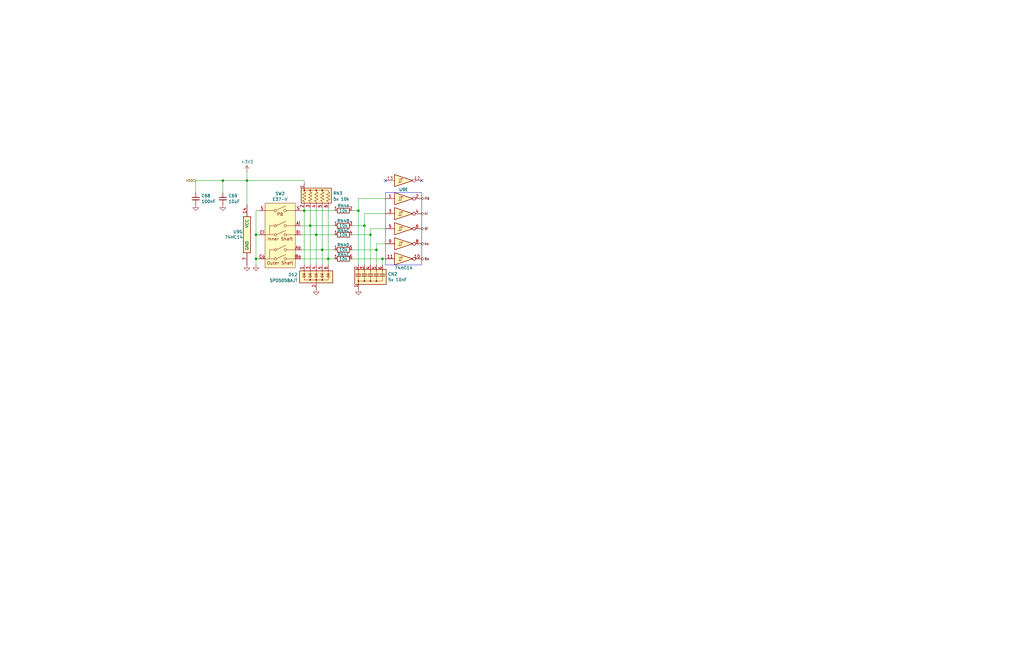
<source format=kicad_sch>
(kicad_sch (version 20250114) (generator "eeschema") (generator_version "9.0")
  (paper "B")
  (lib_symbols
    (symbol "AudioPanelLibrary:74HC14" (pin_names (offset 1.016))
      (property "Reference" "U" (at 0 3.302 0))
      (property "Value" "74HC14" (at 0 -1.27 0))
      (symbol "74HC14_1_0"
        (polyline (pts (xy -3.81 2.54) (xy -3.81 -2.54) (xy 3.81 0) (xy -3.81 2.54)) (stroke (width 0.254)) (fill (type background)))
        (pin input line (at -7.62 0 0) (length 3.81) (name "~") (number "1"))
        (pin output inverted (at 7.62 0 180) (length 3.81) (name "~") (number "2"))
      )
      (symbol "74HC14_1_1"
        (polyline (pts (xy -2.3194 -0.7675) (xy -1.016 -0.7686) (xy -1.0159 0.7686) (xy -0.106 0.7675)))
        (polyline (pts (xy -1.6512 -0.7626) (xy -1.6536 0.7675) (xy -0.3836 0.7675)))
      )
      (symbol "74HC14_2_0"
        (polyline (pts (xy -3.81 2.54) (xy -3.81 -2.54) (xy 3.81 0) (xy -3.81 2.54)) (stroke (width 0.254)) (fill (type background)))
        (pin input line (at -7.62 0 0) (length 3.81) (name "~") (number "3"))
        (pin output inverted (at 7.62 0 180) (length 3.81) (name "~") (number "4"))
      )
      (symbol "74HC14_2_1"
        (polyline (pts (xy -2.3194 -0.7675) (xy -1.016 -0.7686) (xy -1.0159 0.7686) (xy -0.106 0.7675)))
        (polyline (pts (xy -1.6512 -0.7626) (xy -1.6536 0.7675) (xy -0.3836 0.7675)))
      )
      (symbol "74HC14_3_0"
        (polyline (pts (xy -3.81 2.54) (xy -3.81 -2.54) (xy 3.81 0) (xy -3.81 2.54)) (stroke (width 0.254)) (fill (type background)))
        (pin input line (at -7.62 0 0) (length 3.81) (name "~") (number "5"))
        (pin output inverted (at 7.62 0 180) (length 3.81) (name "~") (number "6"))
      )
      (symbol "74HC14_3_1"
        (polyline (pts (xy -2.3194 -0.7675) (xy -1.016 -0.7686) (xy -1.0159 0.7686) (xy -0.106 0.7675)))
        (polyline (pts (xy -1.6512 -0.7626) (xy -1.6536 0.7675) (xy -0.3836 0.7675)))
      )
      (symbol "74HC14_4_0"
        (polyline (pts (xy -3.81 2.54) (xy -3.81 -2.54) (xy 3.81 0) (xy -3.81 2.54)) (stroke (width 0.254)) (fill (type background)))
        (pin input line (at -7.62 0 0) (length 3.81) (name "~") (number "9"))
        (pin output inverted (at 7.62 0 180) (length 3.81) (name "~") (number "8"))
      )
      (symbol "74HC14_4_1"
        (polyline (pts (xy -2.3194 -0.7675) (xy -1.016 -0.7686) (xy -1.0159 0.7686) (xy -0.106 0.7675)))
        (polyline (pts (xy -1.6512 -0.7626) (xy -1.6536 0.7675) (xy -0.3836 0.7675)))
      )
      (symbol "74HC14_5_0"
        (polyline (pts (xy -3.81 2.54) (xy -3.81 -2.54) (xy 3.81 0) (xy -3.81 2.54)) (stroke (width 0.254)) (fill (type background)))
        (pin input line (at -7.62 0 0) (length 3.81) (name "~") (number "11"))
        (pin output inverted (at 7.62 0 180) (length 3.81) (name "~") (number "10"))
      )
      (symbol "74HC14_5_1"
        (polyline (pts (xy -2.3194 -0.7675) (xy -1.016 -0.7686) (xy -1.0159 0.7686) (xy -0.106 0.7675)))
        (polyline (pts (xy -1.6512 -0.7626) (xy -1.6536 0.7675) (xy -0.3836 0.7675)))
      )
      (symbol "74HC14_6_0"
        (polyline (pts (xy -3.81 2.54) (xy -3.81 -2.54) (xy 3.81 0) (xy -3.81 2.54)) (stroke (width 0.254)) (fill (type background)))
        (pin input line (at -7.62 0 0) (length 3.81) (name "~") (number "13"))
        (pin output inverted (at 7.62 0 180) (length 3.81) (name "~") (number "12"))
      )
      (symbol "74HC14_6_1"
        (polyline (pts (xy -2.3194 -0.7675) (xy -1.016 -0.7686) (xy -1.0159 0.7686) (xy -0.106 0.7675)))
        (polyline (pts (xy -1.6512 -0.7626) (xy -1.6536 0.7675) (xy -0.3836 0.7675)))
      )
      (symbol "74HC14_7_0"
        (pin power_in line (at 0 12.7 270) (length 5.08) (name "VCC") (number "14"))
        (pin power_in line (at 0 -12.7 90) (length 5.08) (name "GND") (number "7"))
      )
      (symbol "74HC14_7_1"
        (rectangle (start -1.524 7.62) (end 1.524 -7.62) (stroke (width 0.254)) (fill (type background)))
      )
    )
    (symbol "AudioPanelLibrary:E37-V" (pin_names (hide yes))
      (property "Reference" "SW" (at 0 6.35 0))
      (property "Value" "E37-V" (at 0 4.318 0))
      (symbol "E37-V_0_0"
        (circle (center -2.032 0) (radius 0.508))
        (circle (center -1.905 -6.35) (radius 0.508))
        (circle (center -1.905 -10.16) (radius 0.508))
        (circle (center -1.905 -16.51) (radius 0.508))
        (circle (center -1.905 -20.32) (radius 0.508))
      )
      (symbol "E37-V_0_1"
        (polyline (pts (xy -1.524 0.254) (xy 2.3368 1.9812)))
        (polyline (pts (xy -1.397 -6.223) (xy 2.4638 -4.4958)))
        (polyline (pts (xy -1.397 -10.033) (xy 2.4638 -8.3058)))
        (polyline (pts (xy -1.397 -16.383) (xy 2.4638 -14.6558)))
        (polyline (pts (xy -1.397 -20.193) (xy 2.4638 -18.4658)))
        (circle (center 2.032 0) (radius 0.508))
        (circle (center 2.159 -6.35) (radius 0.508))
        (circle (center 2.159 -10.16) (radius 0.508))
        (circle (center 2.159 -16.51) (radius 0.508))
        (circle (center 2.159 -20.32) (radius 0.508))
      )
      (symbol "E37-V_1_1"
        (rectangle (start -6.35 3.175) (end 6.35 -24.13) (fill (type background)))
        (polyline (pts (xy -6.35 -10.16) (xy -2.4304 -10.16)))
        (polyline (pts (xy -6.35 -20.32) (xy -2.4304 -20.32)))
        (polyline (pts (xy -4.445 -6.35) (xy -4.445 -10.16)))
        (polyline (pts (xy -4.445 -6.35) (xy -2.4304 -6.35)))
        (polyline (pts (xy -4.445 -16.51) (xy -4.445 -20.32)))
        (polyline (pts (xy -4.445 -16.51) (xy -2.4304 -16.51)))
        (polyline (pts (xy -2.54 0) (xy -6.4596 0)))
        (polyline (pts (xy 2.54 0) (xy 6.4596 0)))
        (polyline (pts (xy 6.35 -6.35) (xy 2.6829 -6.3499)))
        (polyline (pts (xy 6.35 -10.16) (xy 2.6829 -10.1599)))
        (polyline (pts (xy 6.35 -16.51) (xy 2.6829 -16.5099)))
        (polyline (pts (xy 6.35 -20.32) (xy 2.6829 -20.3199)))
        (text "PB" (at 0 -1.524 0) (effects (font (size 1.27 1.27))))
        (text "Inner Shaft" (at 0 -11.938 0) (effects (font (size 1.27 1.27))))
        (text "Outer Shaft" (at 0 -22.098 0) (effects (font (size 1.27 1.27))))
        (pin passive line (at -8.89 0 0) (length 2.54) (name "S") (number "S"))
        (pin passive line (at -8.89 -10.16 0) (length 2.54) (name "Ci") (number "Ci"))
        (pin passive line (at -8.89 -20.32 0) (length 2.54) (name "Co") (number "Co"))
        (pin passive line (at 8.89 0 180) (length 2.54) (name "S") (number "S"))
        (pin passive line (at 8.89 -6.35 180) (length 2.54) (name "Ai") (number "Ai"))
        (pin passive line (at 8.89 -10.16 180) (length 2.54) (name "Bi") (number "Bi"))
        (pin passive line (at 8.89 -16.51 180) (length 2.54) (name "Ao") (number "Ao"))
        (pin passive line (at 8.89 -20.32 180) (length 2.54) (name "Bo") (number "Bo"))
      )
    )
    (symbol "Device:C_Network05" (pin_names (offset 0) (hide yes))
      (property "Reference" "CN" (at 6.7056 1.27 0))
      (property "Value" "C_Network05" (at 6.7056 -1.27 0))
      (symbol "C_Network05_0_1"
        (rectangle (start -6.604 3.175) (end 6.604 -3.175) (stroke (width 0.254)) (fill (type background)))
        (polyline (pts (xy -5.08 2.54) (xy -5.08 1.1684)))
        (circle (center -5.08 -1.778) (radius 0.254) (fill (type outline)))
        (polyline (pts (xy -5.08 -1.778) (xy -5.08 0.3556)))
        (polyline (pts (xy -5.08 -1.778) (xy 5.08 -1.778)))
        (polyline (pts (xy -5.08 -2.54) (xy -5.08 -1.778)))
        (polyline (pts (xy -2.54 2.54) (xy -2.54 1.1684)))
        (circle (center -2.54 -1.778) (radius 0.254) (fill (type outline)))
        (polyline (pts (xy -2.54 -1.778) (xy -2.54 0.3556)))
        (polyline (pts (xy 0 2.54) (xy 0 1.1684)))
        (polyline (pts (xy 0 -1.778) (xy 0 0.3556)))
        (circle (center 0 -1.778) (radius 0.254) (fill (type outline)))
        (polyline (pts (xy 2.54 2.54) (xy 2.54 1.1684)))
        (polyline (pts (xy 2.54 -1.778) (xy 2.54 0.3556)))
        (circle (center 2.54 -1.778) (radius 0.254) (fill (type outline)))
        (polyline (pts (xy 5.08 2.54) (xy 5.08 1.1684)))
        (polyline (pts (xy 5.08 -1.778) (xy 5.08 0.3556)))
      )
      (symbol "C_Network05_1_0"
        (pin passive line (at 5.08 5.08 270) (length 2.54) (name "C5") (number "6"))
      )
      (symbol "C_Network05_1_1"
        (polyline (pts (xy -6.096 1.1684) (xy -4.064 1.1684)) (stroke (width 0.3048)))
        (polyline (pts (xy -6.096 0.3556) (xy -4.064 0.3556)) (stroke (width 0.3048)))
        (polyline (pts (xy -3.556 1.1684) (xy -1.524 1.1684)) (stroke (width 0.3048)))
        (polyline (pts (xy -3.556 0.3556) (xy -1.524 0.3556)) (stroke (width 0.3048)))
        (polyline (pts (xy -1.016 1.1684) (xy 1.016 1.1684)) (stroke (width 0.3048)))
        (polyline (pts (xy -1.016 0.3556) (xy 1.016 0.3556)) (stroke (width 0.3048)))
        (polyline (pts (xy 1.524 1.1684) (xy 3.556 1.1684)) (stroke (width 0.3048)))
        (polyline (pts (xy 1.524 0.3556) (xy 3.556 0.3556)) (stroke (width 0.3048)))
        (polyline (pts (xy 4.064 1.1684) (xy 6.096 1.1684)) (stroke (width 0.3048)))
        (polyline (pts (xy 4.064 0.3556) (xy 6.096 0.3556)) (stroke (width 0.3048)))
        (pin passive line (at -5.08 5.08 270) (length 2.54) (name "C1") (number "2"))
        (pin passive line (at -5.08 -5.08 90) (length 2.54) (name "common") (number "1"))
        (pin passive line (at -2.54 5.08 270) (length 2.54) (name "C2") (number "3"))
        (pin passive line (at 0 5.08 270) (length 2.54) (name "C3") (number "4"))
        (pin passive line (at 2.54 5.08 270) (length 2.54) (name "C4") (number "5"))
      )
    )
    (symbol "Device:C_Small" (pin_numbers (hide yes)) (pin_names (offset 0.254) (hide yes))
      (property "Reference" "C" (at 0.254 1.778 0))
      (property "Value" "C_Small" (at 0.254 -2.032 0))
      (symbol "C_Small_0_1"
        (polyline (pts (xy -1.524 0.508) (xy 1.524 0.508)) (stroke (width 0.3048)))
        (polyline (pts (xy -1.524 -0.508) (xy 1.524 -0.508)) (stroke (width 0.3302)))
      )
      (symbol "C_Small_1_1"
        (pin passive line (at 0 2.54 270) (length 2.032) (name "~") (number "1"))
        (pin passive line (at 0 -2.54 90) (length 2.032) (name "~") (number "2"))
      )
    )
    (symbol "Device:R_Network05_Split" (pin_names (offset 0) (hide yes))
      (property "Reference" "RN" (at 2.032 0 90))
      (property "Value" "R_Network05_Split" (at 0 0 90))
      (symbol "R_Network05_Split_0_1"
        (rectangle (start 1.016 2.54) (end -1.016 -2.54) (stroke (width 0.254)))
        (pin passive line (at 0 3.81 270) (length 1.27) (name "R1") (number "1"))
      )
      (symbol "R_Network05_Split_1_1"
        (pin passive line (at 0 -3.81 90) (length 1.27) (name "R1.2") (number "2"))
      )
      (symbol "R_Network05_Split_2_1"
        (pin passive line (at 0 -3.81 90) (length 1.27) (name "R2.2") (number "3"))
      )
      (symbol "R_Network05_Split_3_1"
        (pin passive line (at 0 -3.81 90) (length 1.27) (name "R3.2") (number "4"))
      )
      (symbol "R_Network05_Split_4_1"
        (pin passive line (at 0 -3.81 90) (length 1.27) (name "R4.2") (number "5"))
      )
      (symbol "R_Network05_Split_5_1"
        (pin passive line (at 0 -3.81 90) (length 1.27) (name "R5.2") (number "6"))
      )
    )
    (symbol "Device:R_Network05_US" (pin_names (offset 0) (hide yes))
      (property "Reference" "RN" (at -7.62 0 90))
      (property "Value" "R_Network05_US" (at 7.62 0 90))
      (symbol "R_Network05_US_0_1"
        (rectangle (start -6.35 -3.175) (end 6.35 3.175) (stroke (width 0.254)) (fill (type background)))
        (circle (center -5.08 2.286) (radius 0.254) (fill (type outline)))
        (polyline (pts (xy -5.08 2.286) (xy 5.08 2.286)))
        (polyline (pts (xy -5.08 2.286) (xy -5.08 1.524) (xy -4.318 1.1684) (xy -5.842 0.508) (xy -4.318 -0.1524) (xy -5.842 -0.8382) (xy -4.318 -1.524) (xy -5.842 -2.1844) (xy -5.08 -2.54) (xy -5.08 -3.81)))
        (circle (center -2.54 2.286) (radius 0.254) (fill (type outline)))
        (polyline (pts (xy -2.54 2.286) (xy -2.54 1.524) (xy -1.778 1.1684) (xy -3.302 0.508) (xy -1.778 -0.1524) (xy -3.302 -0.8382) (xy -1.778 -1.524) (xy -3.302 -2.1844) (xy -2.54 -2.54) (xy -2.54 -3.81)))
        (circle (center 0 2.286) (radius 0.254) (fill (type outline)))
        (polyline (pts (xy 0 2.286) (xy 0 1.524) (xy 0.762 1.1684) (xy -0.762 0.508) (xy 0.762 -0.1524) (xy -0.762 -0.8382) (xy 0.762 -1.524) (xy -0.762 -2.1844) (xy 0 -2.54) (xy 0 -3.81)))
        (polyline (pts (xy 2.54 2.286) (xy 2.54 1.524) (xy 3.302 1.1684) (xy 1.778 0.508) (xy 3.302 -0.1524) (xy 1.778 -0.8382) (xy 3.302 -1.524) (xy 1.778 -2.1844) (xy 2.54 -2.54) (xy 2.54 -3.81)))
        (circle (center 2.54 2.286) (radius 0.254) (fill (type outline)))
        (polyline (pts (xy 5.08 2.286) (xy 5.08 1.524) (xy 5.842 1.1684) (xy 4.318 0.508) (xy 5.842 -0.1524) (xy 4.318 -0.8382) (xy 5.842 -1.524) (xy 4.318 -2.1844) (xy 5.08 -2.54) (xy 5.08 -3.81)))
      )
      (symbol "R_Network05_US_1_1"
        (pin passive line (at -5.08 5.08 270) (length 2.54) (name "common") (number "1"))
        (pin passive line (at -5.08 -5.08 90) (length 1.27) (name "R1") (number "2"))
        (pin passive line (at -2.54 -5.08 90) (length 1.27) (name "R2") (number "3"))
        (pin passive line (at 0 -5.08 90) (length 1.27) (name "R3") (number "4"))
        (pin passive line (at 2.54 -5.08 90) (length 1.27) (name "R4") (number "5"))
        (pin passive line (at 5.08 -5.08 90) (length 1.27) (name "R5") (number "6"))
      )
    )
    (symbol "Power_Protection:SP0505BAJT" (pin_names (hide yes))
      (property "Reference" "D" (at 7.62 2.54 0))
      (property "Value" "SP0505BAJT" (at 7.62 0.635 0))
      (symbol "SP0505BAJT_0_0"
        (pin passive line (at 0 -5.08 90) (length 2.54) (name "A") (number "2"))
      )
      (symbol "SP0505BAJT_0_1"
        (rectangle (start -6.985 2.54) (end 6.985 -2.54) (stroke (width 0.254)) (fill (type background)))
        (polyline (pts (xy -5.842 1.016) (xy -5.842 1.27) (xy -4.445 1.27) (xy -4.318 1.27)))
        (polyline (pts (xy -5.08 2.54) (xy -5.08 1.27)))
        (polyline (pts (xy -5.08 1.27) (xy -5.08 -1.27) (xy -2.54 -1.27)))
        (polyline (pts (xy -5.08 1.27) (xy -4.445 0) (xy -5.715 0) (xy -5.08 1.27)))
        (polyline (pts (xy -3.302 1.016) (xy -3.302 1.27) (xy -1.905 1.27) (xy -1.778 1.27)))
        (polyline (pts (xy -2.54 2.54) (xy -2.54 1.27)))
        (polyline (pts (xy -2.54 1.27) (xy -2.54 -1.27) (xy 2.54 -1.27) (xy 2.54 1.27)))
        (polyline (pts (xy -2.54 1.27) (xy -1.905 0) (xy -3.175 0) (xy -2.54 1.27)))
        (circle (center -2.54 -1.27) (radius 0.254) (fill (type outline)))
        (polyline (pts (xy 0 2.54) (xy 0 1.27)))
        (polyline (pts (xy 0 -1.27) (xy 0 1.27)))
        (polyline (pts (xy 0 -1.27) (xy 0 -2.54)))
        (circle (center 0 -1.27) (radius 0.254) (fill (type outline)))
        (polyline (pts (xy 0.635 1.27) (xy 0.762 1.27)))
        (polyline (pts (xy 0.635 1.27) (xy -0.762 1.27) (xy -0.762 1.016)))
        (polyline (pts (xy 0.635 0) (xy -0.635 0) (xy 0 1.27) (xy 0.635 0)))
        (polyline (pts (xy 1.778 1.016) (xy 1.778 1.27) (xy 3.175 1.27) (xy 3.302 1.27)))
        (polyline (pts (xy 2.54 2.54) (xy 2.54 1.27)))
        (polyline (pts (xy 2.54 1.27) (xy 1.905 0) (xy 3.175 0) (xy 2.54 1.27)))
        (circle (center 2.54 -1.27) (radius 0.254) (fill (type outline)))
        (polyline (pts (xy 4.318 1.016) (xy 4.318 1.27) (xy 5.715 1.27) (xy 5.842 1.27)))
        (polyline (pts (xy 5.08 2.54) (xy 5.08 1.27)))
        (polyline (pts (xy 5.08 1.27) (xy 5.08 -1.27) (xy 2.54 -1.27)))
        (polyline (pts (xy 5.08 1.27) (xy 4.445 0) (xy 5.715 0) (xy 5.08 1.27)))
      )
      (symbol "SP0505BAJT_1_1"
        (pin passive line (at -5.08 5.08 270) (length 2.54) (name "K") (number "1"))
        (pin passive line (at -2.54 5.08 270) (length 2.54) (name "K") (number "3"))
        (pin passive line (at 0 5.08 270) (length 2.54) (name "K") (number "4"))
        (pin passive line (at 2.54 5.08 270) (length 2.54) (name "K") (number "5"))
        (pin passive line (at 5.08 5.08 270) (length 2.54) (name "K") (number "6"))
      )
    )
    (symbol "power:+3V3" (power) (pin_numbers (hide yes)) (pin_names (offset 0) (hide yes))
      (property "Value" "+3V3" (at 0 3.556 0))
      (symbol "+3V3_0_1"
        (polyline (pts (xy -0.762 1.27) (xy 0 2.54)))
        (polyline (pts (xy 0 2.54) (xy 0.762 1.27)))
        (polyline (pts (xy 0 0) (xy 0 2.54)))
      )
      (symbol "+3V3_1_1"
        (pin power_in line (at 0 0 90) (length 0) (name "~") (number "1"))
      )
    )
    (symbol "power:GND" (power) (pin_numbers (hide yes)) (pin_names (offset 0) (hide yes))
      (property "Value" "GND" (at 0 -3.81 0))
      (symbol "GND_0_1"
        (polyline (pts (xy 0 0) (xy 0 -1.27) (xy 1.27 -1.27) (xy 0 -2.54) (xy -1.27 -1.27) (xy 0 -1.27)))
      )
      (symbol "GND_1_1"
        (pin power_in line (at 0 0 270) (length 0) (name "~") (number "1"))
      )
    )
  )
  (rectangle (start 162.56 81.28) (end 177.8 111.76))
  (junction (at 107.95 109.22))
  (junction (at 161.29 109.22))
  (junction (at 133.35 99.06))
  (junction (at 93.98 76.2))
  (junction (at 130.81 95.25))
  (junction (at 158.75 105.41))
  (junction (at 135.89 105.41))
  (junction (at 128.27 88.9))
  (junction (at 156.21 99.06))
  (junction (at 138.43 109.22))
  (junction (at 153.67 95.25))
  (junction (at 107.95 99.06))
  (junction (at 151.13 88.9))
  (junction (at 104.14 76.2))
  (no_connect (at 162.56 76.2))
  (no_connect (at 177.8 76.2))
  (wire (pts (xy 107.95 109.22) (xy 107.95 99.06)))
  (wire (pts (xy 162.56 90.17) (xy 153.67 90.17)))
  (wire (pts (xy 107.95 99.06) (xy 109.22 99.06)))
  (wire (pts (xy 138.43 109.22) (xy 138.43 111.76)))
  (wire (pts (xy 107.95 109.22) (xy 109.22 109.22)))
  (wire (pts (xy 128.27 88.9) (xy 140.97 88.9)))
  (wire (pts (xy 138.43 109.22) (xy 140.97 109.22)))
  (wire (pts (xy 82.55 76.2) (xy 82.55 81.28)))
  (wire (pts (xy 133.35 99.06) (xy 133.35 87.63)))
  (wire (pts (xy 104.14 76.2) (xy 104.14 86.36)))
  (wire (pts (xy 127 95.25) (xy 130.81 95.25)))
  (wire (pts (xy 127 99.06) (xy 133.35 99.06)))
  (wire (pts (xy 128.27 88.9) (xy 128.27 111.76)))
  (wire (pts (xy 107.95 88.9) (xy 109.22 88.9)))
  (wire (pts (xy 133.35 99.06) (xy 133.35 111.76)))
  (wire (pts (xy 162.56 102.87) (xy 158.75 102.87)))
  (wire (pts (xy 104.14 76.2) (xy 128.27 76.2)))
  (wire (pts (xy 133.35 99.06) (xy 140.97 99.06)))
  (wire (pts (xy 135.89 105.41) (xy 135.89 87.63)))
  (wire (pts (xy 135.89 105.41) (xy 135.89 111.76)))
  (wire (pts (xy 107.95 111.76) (xy 107.95 109.22)))
  (wire (pts (xy 93.98 76.2) (xy 93.98 81.28)))
  (wire (pts (xy 130.81 95.25) (xy 130.81 111.76)))
  (wire (pts (xy 135.89 105.41) (xy 140.97 105.41)))
  (wire (pts (xy 162.56 96.52) (xy 156.21 96.52)))
  (wire (pts (xy 127 105.41) (xy 135.89 105.41)))
  (wire (pts (xy 138.43 109.22) (xy 138.43 87.63)))
  (wire (pts (xy 127 88.9) (xy 128.27 88.9)))
  (wire (pts (xy 158.75 102.87) (xy 158.75 105.41)))
  (wire (pts (xy 127 109.22) (xy 138.43 109.22)))
  (wire (pts (xy 151.13 111.76) (xy 151.13 88.9)))
  (wire (pts (xy 153.67 111.76) (xy 153.67 95.25)))
  (wire (pts (xy 162.56 83.82) (xy 151.13 83.82)))
  (wire (pts (xy 158.75 105.41) (xy 148.59 105.41)))
  (wire (pts (xy 128.27 76.2) (xy 128.27 77.47)))
  (wire (pts (xy 130.81 95.25) (xy 140.97 95.25)))
  (wire (pts (xy 104.14 72.39) (xy 104.14 76.2)))
  (wire (pts (xy 161.29 109.22) (xy 162.56 109.22)))
  (wire (pts (xy 158.75 111.76) (xy 158.75 105.41)))
  (wire (pts (xy 156.21 111.76) (xy 156.21 99.06)))
  (wire (pts (xy 161.29 111.76) (xy 161.29 109.22)))
  (wire (pts (xy 153.67 90.17) (xy 153.67 95.25)))
  (wire (pts (xy 107.95 99.06) (xy 107.95 88.9)))
  (wire (pts (xy 128.27 88.9) (xy 128.27 87.63)))
  (wire (pts (xy 156.21 99.06) (xy 148.59 99.06)))
  (wire (pts (xy 156.21 96.52) (xy 156.21 99.06)))
  (wire (pts (xy 151.13 88.9) (xy 148.59 88.9)))
  (wire (pts (xy 93.98 76.2) (xy 104.14 76.2)))
  (wire (pts (xy 151.13 83.82) (xy 151.13 88.9)))
  (wire (pts (xy 153.67 95.25) (xy 148.59 95.25)))
  (wire (pts (xy 93.98 76.2) (xy 82.55 76.2)))
  (wire (pts (xy 161.29 109.22) (xy 148.59 109.22)))
  (wire (pts (xy 130.81 95.25) (xy 130.81 87.63)))
  (hierarchical_label "PB" (shape output) (at 177.8 83.82 0) (effects (font (size 1 1))))
  (hierarchical_label "Ao" (shape output) (at 177.8 102.87 0) (effects (font (size 1 1))))
  (hierarchical_label "Bi" (shape output) (at 177.8 96.52 0) (effects (font (size 1 1))))
  (hierarchical_label "Bo" (shape output) (at 177.8 109.22 0) (effects (font (size 1 1))))
  (hierarchical_label "Ai" (shape output) (at 177.8 90.17 0) (effects (font (size 1 1))))
  (hierarchical_label "VDD" (shape input) (at 82.55 76.2 180) (effects (font (size 1 1))))
  (symbol (lib_id "AudioPanelLibrary:74HC14") (at 170.18 76.2 0) (unit 6)
    (property "Reference" "U8" (effects (hide yes)))
    (property "Value" "74HC14" (effects (hide yes)))
    (property "Datasheet" "http://www.ti.com/lit/gpn/sn74HC14" (effects (hide yes)))
    (property "Description" "Hex inverter schmitt trigger" (effects (hide yes)))
    (instances (project "PilotAudioPanel" (path "" (reference "U9") (unit 6)) (path "" (reference "U8") (unit 6))))
  )
  (symbol (lib_id "power:GND") (at 93.98 86.36 0) (unit 1)
    (property "Reference" "#PWR0178" (effects (hide yes)))
    (property "Value" "GND" (effects (hide yes)))
    (property "Description" "Power symbol creates a global label with name \"GND\" , ground" (effects (hide yes)))
    (instances (project "PilotAudioPanel" (path "" (reference "#PWR0180") (unit 1)) (path "" (reference "#PWR0178") (unit 1))))
  )
  (symbol (lib_id "AudioPanelLibrary:74HC14") (at 170.18 109.22 0) (unit 5)
    (property "Reference" "U8" (at 170.18 80.01 0))
    (property "Value" "74HC14" (at 170.18 113.03 0))
    (property "Datasheet" "http://www.ti.com/lit/gpn/sn74HC14" (effects (hide yes)))
    (property "Description" "Hex inverter schmitt trigger" (effects (hide yes)))
    (instances (project "PilotAudioPanel" (path "" (reference "U9") (unit 5)) (path "" (reference "U8") (unit 5))))
  )
  (symbol (lib_id "Device:R_Network05_US") (at 133.35 82.55 0) (unit 1)
    (property "Reference" "RN1" (at 140.462 81.5918 0) (effects (justify left)))
    (property "Value" "5x 10k" (at 140.462 84.0161 0) (effects (justify left)))
    (property "Footprint" "Resistor_THT:R_Array_SIP6" (effects (hide yes)))
    (property "Datasheet" "http://www.vishay.com/docs/31509/csc.pdf" (effects (hide yes)))
    (property "Description" "5 resistor network, star topology, bussed resistors, small US symbol" (effects (hide yes)))
    (instances (project "PilotAudioPanel" (path "" (reference "RN3") (unit 1)) (path "" (reference "RN1") (unit 1))))
  )
  (symbol (lib_id "power:GND") (at 133.35 121.92 0) (mirror y) (unit 1)
    (property "Reference" "#PWR048" (effects (hide yes)))
    (property "Value" "GND" (effects (hide yes)))
    (property "Description" "Power symbol creates a global label with name \"GND\" , ground" (effects (hide yes)))
    (instances (project "PilotAudioPanel" (path "" (reference "#PWR050") (unit 1)) (path "" (reference "#PWR048") (unit 1))))
  )
  (symbol (lib_id "AudioPanelLibrary:74HC14") (at 170.18 102.87 0) (unit 4)
    (property "Reference" "U8" (effects (hide yes)))
    (property "Value" "74HC14" (effects (hide yes)))
    (property "Datasheet" "http://www.ti.com/lit/gpn/sn74HC14" (effects (hide yes)))
    (property "Description" "Hex inverter schmitt trigger" (effects (hide yes)))
    (instances (project "PilotAudioPanel" (path "" (reference "U9") (unit 4)) (path "" (reference "U8") (unit 4))))
  )
  (symbol (lib_id "Device:R_Network05_Split") (at 144.78 109.22 90) (unit 5)
    (property "Reference" "RN2" (at 144.78 107.442 90))
    (property "Value" "10k" (at 144.78 109.22 90))
    (property "Footprint" "Resistor_THT:R_Array_SIP6" (effects (hide yes)))
    (property "Datasheet" "http://www.vishay.com/docs/31509/csc.pdf" (effects (hide yes)))
    (property "Description" "5 resistor network, star topology, bussed resistors, split" (effects (hide yes)))
    (instances (project "PilotAudioPanel" (path "" (reference "RN4") (unit 5)) (path "" (reference "RN2") (unit 5))))
  )
  (symbol (lib_id "AudioPanelLibrary:74HC14") (at 170.18 96.52 0) (unit 3)
    (property "Reference" "U8" (effects (hide yes)))
    (property "Value" "74HC14" (effects (hide yes)))
    (property "Datasheet" "http://www.ti.com/lit/gpn/sn74HC14" (effects (hide yes)))
    (property "Description" "Hex inverter schmitt trigger" (effects (hide yes)))
    (instances (project "PilotAudioPanel" (path "" (reference "U9") (unit 3)) (path "" (reference "U8") (unit 3))))
  )
  (symbol (lib_id "AudioPanelLibrary:74HC14") (at 170.18 83.82 0) (unit 1)
    (property "Reference" "U8" (effects (hide yes)))
    (property "Value" "74HC14" (effects (hide yes)))
    (property "Datasheet" "http://www.ti.com/lit/gpn/sn74HC14" (effects (hide yes)))
    (property "Description" "Hex inverter schmitt trigger" (effects (hide yes)))
    (instances (project "PilotAudioPanel" (path "" (reference "U9") (unit 1)) (path "" (reference "U8") (unit 1))))
  )
  (symbol (lib_id "Device:R_Network05_Split") (at 144.78 88.9 90) (unit 1)
    (property "Reference" "RN2" (at 144.78 86.868 90))
    (property "Value" "10k" (at 144.78 88.9 90))
    (property "Footprint" "Resistor_THT:R_Array_SIP6" (effects (hide yes)))
    (property "Datasheet" "http://www.vishay.com/docs/31509/csc.pdf" (effects (hide yes)))
    (property "Description" "5 resistor network, star topology, bussed resistors, split" (effects (hide yes)))
    (instances (project "PilotAudioPanel" (path "" (reference "RN4") (unit 1)) (path "" (reference "RN2") (unit 1))))
  )
  (symbol (lib_id "power:+3V3") (at 104.14 72.39 0) (unit 1)
    (property "Reference" "#PWR038" (effects (hide yes)))
    (property "Value" "+3V3" (at 104.14 68.2569 0))
    (property "Description" "Power symbol creates a global label with name \"+3V3\"" (effects (hide yes)))
    (instances (project "PilotAudioPanel" (path "" (reference "#PWR044") (unit 1)) (path "" (reference "#PWR038") (unit 1))))
  )
  (symbol (lib_id "Device:C_Small") (at 82.55 83.82 0) (unit 1)
    (property "Reference" "C66" (at 84.8741 82.6141 0) (effects (justify left)))
    (property "Value" "100nF" (at 84.8741 85.0384 0) (effects (justify left)))
    (property "Description" "Unpolarized capacitor, small symbol" (effects (hide yes)))
    (instances (project "PilotAudioPanel" (path "" (reference "C68") (unit 1)) (path "" (reference "C66") (unit 1))))
  )
  (symbol (lib_id "AudioPanelLibrary:74HC14") (at 104.14 99.06 0) (mirror y) (unit 7)
    (property "Reference" "U8" (at 100.33 97.79 0))
    (property "Value" "74HC14" (at 98.552 100.076 0))
    (property "Datasheet" "http://www.ti.com/lit/gpn/sn74HC14" (effects (hide yes)))
    (property "Description" "Hex inverter schmitt trigger" (effects (hide yes)))
    (instances (project "PilotAudioPanel" (path "" (reference "U9") (unit 7)) (path "" (reference "U8") (unit 7))))
  )
  (symbol (lib_id "Device:R_Network05_Split") (at 144.78 95.25 90) (unit 2)
    (property "Reference" "RN2" (at 144.78 93.218 90))
    (property "Value" "10k" (at 144.78 95.25 90))
    (property "Footprint" "Resistor_THT:R_Array_SIP6" (effects (hide yes)))
    (property "Datasheet" "http://www.vishay.com/docs/31509/csc.pdf" (effects (hide yes)))
    (property "Description" "5 resistor network, star topology, bussed resistors, split" (effects (hide yes)))
    (instances (project "PilotAudioPanel" (path "" (reference "RN4") (unit 2)) (path "" (reference "RN2") (unit 2))))
  )
  (symbol (lib_id "AudioPanelLibrary:E37-V") (at 118.11 88.9 0) (unit 1)
    (property "Reference" "SW1" (at 118.11 81.7075 0))
    (property "Value" "E37-V" (at 118.11 84.1318 0))
    (property "Datasheet" "https://s3-us-west-2.amazonaws.com/catsy.655/e37_datasheet_e.pdf" (effects (hide yes)))
    (instances (project "PilotAudioPanel" (path "" (reference "SW2") (unit 1)) (path "" (reference "SW1") (unit 1))))
  )
  (symbol (lib_id "Device:R_Network05_Split") (at 144.78 99.06 90) (unit 3)
    (property "Reference" "RN2" (at 144.78 97.282 90))
    (property "Value" "10k" (at 144.78 99.06 90))
    (property "Footprint" "Resistor_THT:R_Array_SIP6" (effects (hide yes)))
    (property "Datasheet" "http://www.vishay.com/docs/31509/csc.pdf" (effects (hide yes)))
    (property "Description" "5 resistor network, star topology, bussed resistors, split" (effects (hide yes)))
    (instances (project "PilotAudioPanel" (path "" (reference "RN4") (unit 3)) (path "" (reference "RN2") (unit 3))))
  )
  (symbol (lib_id "Device:R_Network05_Split") (at 144.78 105.41 90) (unit 4)
    (property "Reference" "RN2" (at 144.78 103.378 90))
    (property "Value" "10k" (at 144.78 105.41 90))
    (property "Footprint" "Resistor_THT:R_Array_SIP6" (effects (hide yes)))
    (property "Datasheet" "http://www.vishay.com/docs/31509/csc.pdf" (effects (hide yes)))
    (property "Description" "5 resistor network, star topology, bussed resistors, split" (effects (hide yes)))
    (instances (project "PilotAudioPanel" (path "" (reference "RN4") (unit 4)) (path "" (reference "RN2") (unit 4))))
  )
  (symbol (lib_id "power:GND") (at 104.14 111.76 0) (mirror y) (unit 1)
    (property "Reference" "#PWR040" (effects (hide yes)))
    (property "Value" "GND" (effects (hide yes)))
    (property "Description" "Power symbol creates a global label with name \"GND\" , ground" (effects (hide yes)))
    (instances (project "PilotAudioPanel" (path "" (reference "#PWR043") (unit 1)) (path "" (reference "#PWR040") (unit 1))))
  )
  (symbol (lib_id "power:GND") (at 151.13 121.92 0) (unit 1)
    (property "Reference" "#PWR039" (effects (hide yes)))
    (property "Value" "GND" (effects (hide yes)))
    (property "Description" "Power symbol creates a global label with name \"GND\" , ground" (effects (hide yes)))
    (instances (project "PilotAudioPanel" (path "" (reference "#PWR045") (unit 1)) (path "" (reference "#PWR039") (unit 1))))
  )
  (symbol (lib_id "power:GND") (at 82.55 86.36 0) (unit 1)
    (property "Reference" "#PWR0177" (effects (hide yes)))
    (property "Value" "GND" (effects (hide yes)))
    (property "Description" "Power symbol creates a global label with name \"GND\" , ground" (effects (hide yes)))
    (instances (project "PilotAudioPanel" (path "" (reference "#PWR0179") (unit 1)) (path "" (reference "#PWR0177") (unit 1))))
  )
  (symbol (lib_id "Device:C_Small") (at 93.98 83.82 0) (unit 1)
    (property "Reference" "C67" (at 96.3041 82.6141 0) (effects (justify left)))
    (property "Value" "10uF" (at 96.3041 85.0384 0) (effects (justify left)))
    (property "Description" "Unpolarized capacitor, small symbol" (effects (hide yes)))
    (instances (project "PilotAudioPanel" (path "" (reference "C69") (unit 1)) (path "" (reference "C67") (unit 1))))
  )
  (symbol (lib_id "Power_Protection:SP0505BAJT") (at 133.35 116.84 0) (unit 1)
    (property "Reference" "D11" (at 125.476 115.9397 0) (effects (justify right)))
    (property "Value" "SP0505BAJT" (at 125.476 118.364 0) (effects (justify right)))
    (property "Footprint" "Package_TO_SOT_SMD:SOT-363_SC-70-6" (effects (hide yes)))
    (property "Datasheet" "http://www.littelfuse.com/~/media/files/littelfuse/technical%20resources/documents/data%20sheets/sp05xxba.pdf" (effects (hide yes)))
    (property "Description" "TVS Diode Array, 5.5V Standoff, 5 Channels, SC-70-6 package" (effects (hide yes)))
    (instances (project "PilotAudioPanel" (path "" (reference "D12") (unit 1)) (path "" (reference "D11") (unit 1))))
  )
  (symbol (lib_id "AudioPanelLibrary:74HC14") (at 170.18 90.17 0) (unit 2)
    (property "Reference" "U8" (effects (hide yes)))
    (property "Value" "74HC14" (effects (hide yes)))
    (property "Datasheet" "http://www.ti.com/lit/gpn/sn74HC14" (effects (hide yes)))
    (property "Description" "Hex inverter schmitt trigger" (effects (hide yes)))
    (instances (project "PilotAudioPanel" (path "" (reference "U9") (unit 2)) (path "" (reference "U8") (unit 2))))
  )
  (symbol (lib_id "power:GND") (at 107.95 111.76 0) (unit 1)
    (property "Reference" "#PWR047" (effects (hide yes)))
    (property "Value" "GND" (effects (hide yes)))
    (property "Description" "Power symbol creates a global label with name \"GND\" , ground" (effects (hide yes)))
    (instances (project "PilotAudioPanel" (path "" (reference "#PWR049") (unit 1)) (path "" (reference "#PWR047") (unit 1))))
  )
  (symbol (lib_id "Device:C_Network05") (at 156.21 116.84 0) (unit 1)
    (property "Reference" "CN1" (at 163.576 115.6278 0) (effects (justify left)))
    (property "Value" "5x 10nF" (at 163.576 118.0521 0) (effects (justify left)))
    (property "Description" "5 capacitor network, star topology, bussed capacitors, single bus pin, small symbol, SIP-6" (effects (hide yes)))
    (instances (project "PilotAudioPanel" (path "" (reference "CN2") (unit 1)) (path "" (reference "CN1") (unit 1))))
  )
)
</source>
